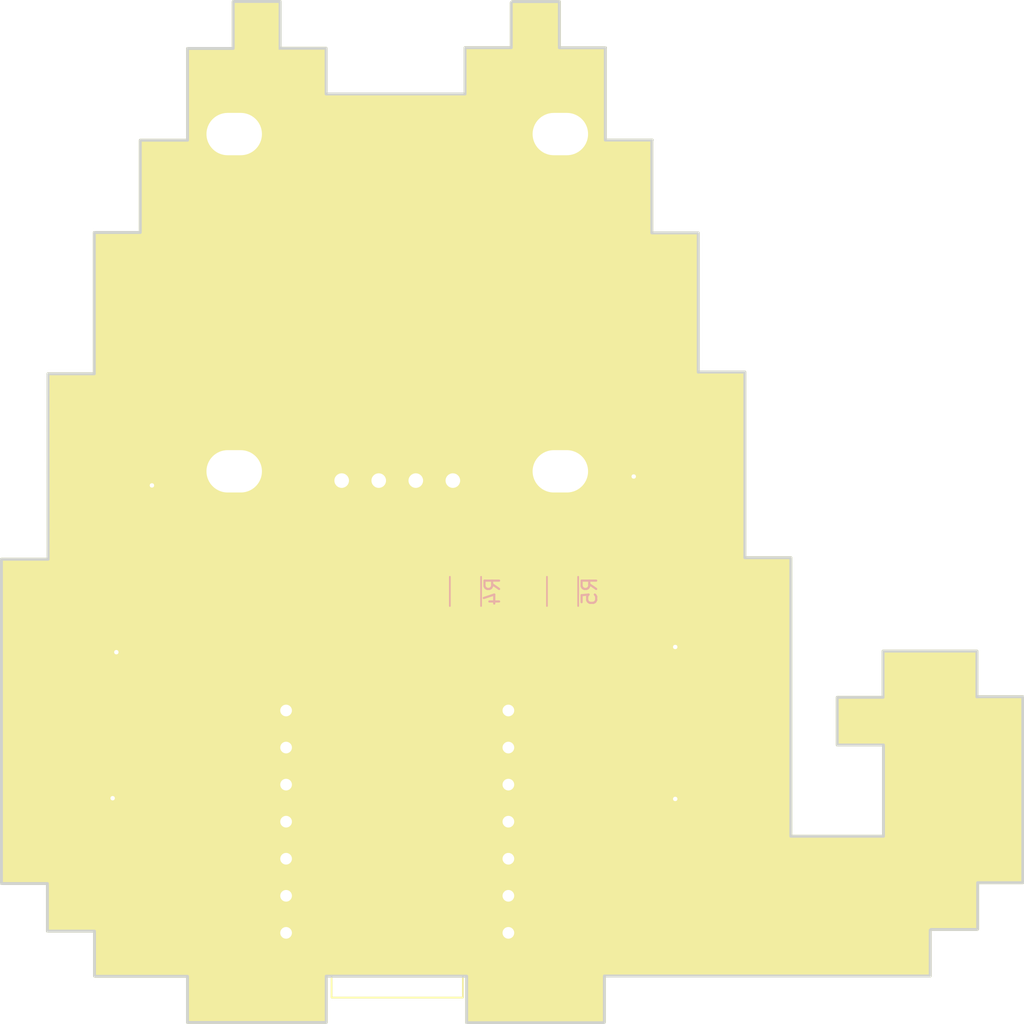
<source format=kicad_pcb>
(kicad_pcb (version 20241229) (generator "pcbnew") (generator_version "9.0")
  (layers (0 "F.Cu" signal) (2 "B.Cu" signal) (13 "F.Paste" user) (15 "B.Paste" user) (5 "F.SilkS" user "F.Silkscreen") (7 "B.SilkS" user "B.Silkscreen") (1 "F.Mask" user) (3 "B.Mask" user) (25 "Edge.Cuts" user))
  (net 0 "")
  (net 1 "GND")
  (net 2 "+3.3V")
  (net 3 "/SDA")
  (net 4 "/SCL")
  (net 6 "/TOUCH2")
  (net 9 "/TOUCH5")
  (net 11 "/TOUCH3")
  (net 12 "/TOUCH4")
  (net 14 "/TOUCH1")
  (net 15 "/TOUCH0")
  (footprint "footprints:Display_128x64_096_I2C" (layer "F.Cu") (at 141.9352 71.9074 180)
    (property "Reference" "J1" (at -0.0508 5.0038 0) (layer "F.SilkS"))
    (property "Value" "Conn_01x04_Pin")
    (fp_line (start 13.716001 25.781) (end 13.716 -1.397) (stroke (width 0.12)) (layer "F.SilkS"))
    (fp_line (start 13.716001 25.781) (end -13.716001 25.781) (stroke (width 0.12)) (layer "F.SilkS"))
    (fp_line (start 5.14 1.33) (end 5.14 -1.33) (stroke (width 0.12)) (layer "F.SilkS"))
    (fp_line (start -2.54 1.33) (end 5.14 1.33) (stroke (width 0.12)) (layer "F.SilkS"))
    (fp_line (start -2.54 1.33) (end -2.54 -1.33) (stroke (width 0.12)) (layer "F.SilkS"))
    (fp_line (start -2.54 -1.33) (end 5.14 -1.33) (stroke (width 0.12)) (layer "F.SilkS"))
    (fp_line (start -3.81 1.33) (end -5.14 1.33) (stroke (width 0.12)) (layer "F.SilkS"))
    (fp_line (start -5.14 1.33) (end -5.14 0) (stroke (width 0.12)) (layer "F.SilkS"))
    (fp_line (start -13.716 -1.397) (end 13.716 -1.397) (stroke (width 0.12)) (layer "F.SilkS"))
    (fp_line (start -13.716001 25.781) (end -13.716 -1.397) (stroke (width 0.12)) (layer "F.SilkS"))
    (fp_text user "GND" (at -3.81 2.413 0) (layer "F.SilkS") (effects (font (size 1 0.7))))
    (fp_text user "VDD" (at -1.27 2.413 0) (layer "F.SilkS") (effects (font (size 1 0.7))))
    (fp_text user "SDA" (at 3.937 2.413 0) (layer "F.SilkS") (effects (font (size 1 0.7))))
    (fp_text user "SCL" (at 1.27 2.413 0) (layer "F.SilkS") (effects (font (size 1 0.7))))
    (pad "" np_thru_hole oval (at -11.176 0.635 180) (size 3.8 2.9) (drill oval 3.8 2.9) (layers "*.Cu" "*.Mask"))
    (pad "" np_thru_hole oval (at -11.175999 23.749 180) (size 3.8 2.9) (drill oval 3.8 2.9) (layers "*.Cu" "*.Mask"))
    (pad "" np_thru_hole oval (at 11.175999 23.749 180) (size 3.8 2.9) (drill oval 3.8 2.9) (layers "*.Cu" "*.Mask"))
    (pad "" np_thru_hole oval (at 11.176 0.635 180) (size 3.8 2.9) (drill oval 3.8 2.9) (layers "*.Cu" "*.Mask"))
    (pad "1" thru_hole rect (at -3.81 0 270) (size 1.7 1.7) (drill 1) (layers "*.Cu" "*.Mask") (net 1 "GND"))
    (pad "2" thru_hole oval (at -1.270001 0 270) (size 1.7 1.7) (drill 1) (layers "*.Cu" "*.Mask") (net 2 "+3.3V"))
    (pad "3" thru_hole oval (at 1.270001 0 270) (size 1.7 1.7) (drill 1) (layers "*.Cu" "*.Mask") (net 4 "/SCL"))
    (pad "4" thru_hole oval (at 3.81 0 270) (size 1.7 1.7) (drill 1) (layers "*.Cu" "*.Mask") (net 3 "/SDA"))
  )
  (footprint "00_fab:SeeedStudio_XIAO_RP2040" (layer "F.Cu") (at 141.9352 95.2844 180)
    (property "Reference" "M1" (at 0 -1.27 180) (layer "F.SilkS"))
    (property "Value" "Module_XIAO-RP2040")
    (fp_line (start 8.8925 -9.261) (end 8.8925 9.281) (stroke (width 0.12)) (layer "F.SilkS"))
    (fp_line (start 7.6225 10.551) (end -7.6175 10.551) (stroke (width 0.12)) (layer "F.SilkS"))
    (fp_line (start -7.6175 -10.531) (end 7.6225 -10.531) (stroke (width 0.12)) (layer "F.SilkS"))
    (fp_line (start -8.8875 9.281) (end -8.8875 -9.261) (stroke (width 0.12)) (layer "F.SilkS"))
    (fp_rect (start -4.4975 -10.531) (end 4.5025 -12.055) (stroke (width 0.12)) (fill no) (layer "F.SilkS"))
    (fp_arc (start 8.8925 9.281) (mid 8.520526 10.179026) (end 7.6225 10.551) (stroke (width 0.12)) (layer "F.SilkS"))
    (fp_arc (start 7.6225 -10.531) (mid 8.520526 -10.159026) (end 8.8925 -9.261) (stroke (width 0.12)) (layer "F.SilkS"))
    (fp_arc (start -7.6175 10.551) (mid -8.515526 10.179026) (end -8.8875 9.281) (stroke (width 0.12)) (layer "F.SilkS"))
    (fp_arc (start -8.8875 -9.261) (mid -8.515526 -10.159026) (end -7.6175 -10.531) (stroke (width 0.12)) (layer "F.SilkS"))
    (fp_text user "GND" (at 2.54 -5.96 270) (layer "F.SilkS") (effects (font (size 0.5 0.5) (thickness 0.1) (bold yes))))
    (fp_text user "SWDIO" (at 0 -8.5 270) (layer "F.SilkS") (effects (font (size 0.5 0.5) (thickness 0.1) (bold yes))))
    (fp_text user "VIN" (at -2.535 8.89 270) (layer "F.SilkS") (effects (font (size 0.5 0.5) (thickness 0.1) (bold yes))))
    (fp_text user "RESET" (at 0 -5.96 270) (layer "F.SilkS") (effects (font (size 0.5 0.5) (thickness 0.1) (bold yes))))
    (fp_text user "GND" (at 2.545 8.89 270) (layer "F.SilkS") (effects (font (size 0.5 0.5) (thickness 0.1) (bold yes))))
    (fp_text user "SWCLK" (at 2.54 -8.5 270) (layer "F.SilkS") (effects (font (size 0.5 0.5) (thickness 0.1) (bold yes))))
    (pad "1" thru_hole circle (at -7.615 -7.62 180) (size 1.6 1.6) (drill 0.8) (layers "*.Cu" "*.Mask") (net 9 "/TOUCH5"))
    (pad "1" smd rect (at -7.615 -7.62 180) (size 3 1.6) (drill (offset -1 0)) (layers "F.Cu" "F.Mask" "F.Paste") (net 9 "/TOUCH5"))
    (pad "2" thru_hole circle (at -7.615 -5.08 180) (size 1.6 1.6) (drill 0.8) (layers "*.Cu" "*.Mask") (net 11 "/TOUCH3"))
    (pad "2" smd rect (at -7.615 -5.08 180) (size 3 1.6) (drill (offset -1 0)) (layers "F.Cu" "F.Mask" "F.Paste") (net 11 "/TOUCH3"))
    (pad "3" thru_hole circle (at -7.615 -2.54 180) (size 1.6 1.6) (drill 0.8) (layers "*.Cu" "*.Mask"))
    (pad "3" smd rect (at -7.615 -2.54 180) (size 3 1.6) (drill (offset -1 0)) (layers "F.Cu" "F.Mask" "F.Paste"))
    (pad "4" thru_hole circle (at -7.615 0 180) (size 1.6 1.6) (drill 0.8) (layers "*.Cu" "*.Mask"))
    (pad "4" smd rect (at -7.615 0 180) (size 3 1.6) (drill (offset -1 0)) (layers "F.Cu" "F.Mask" "F.Paste"))
    (pad "5" thru_hole circle (at -7.615 2.54 180) (size 1.6 1.6) (drill 0.8) (layers "*.Cu" "*.Mask") (net 3 "/SDA"))
    (pad "5" smd rect (at -7.615 2.54 180) (size 3 1.6) (drill (offset -1 0)) (layers "F.Cu" "F.Mask" "F.Paste") (net 3 "/SDA"))
    (pad "6" thru_hole circle (at -7.615 5.08 180) (size 1.6 1.6) (drill 0.8) (layers "*.Cu" "*.Mask") (net 4 "/SCL"))
    (pad "6" smd rect (at -7.615 5.08 180) (size 3 1.6) (drill (offset -1 0)) (layers "F.Cu" "F.Mask" "F.Paste") (net 4 "/SCL"))
    (pad "7" thru_hole circle (at -7.615 7.62 180) (size 1.6 1.6) (drill 0.8) (layers "*.Cu" "*.Mask"))
    (pad "7" smd rect (at -7.615 7.62 180) (size 3 1.6) (drill (offset -1 0)) (layers "F.Cu" "F.Mask" "F.Paste"))
    (pad "8" thru_hole circle (at 7.62 7.62 180) (size 1.6 1.6) (drill 0.8) (layers "*.Cu" "*.Mask") (net 12 "/TOUCH4"))
    (pad "8" smd rect (at 7.62 7.62 180) (size 3 1.6) (drill (offset 1 0)) (layers "F.Cu" "F.Mask" "F.Paste") (net 12 "/TOUCH4"))
    (pad "9" thru_hole circle (at 7.62 5.08 180) (size 1.6 1.6) (drill 0.8) (layers "*.Cu" "*.Mask") (net 6 "/TOUCH2"))
    (pad "9" smd rect (at 7.62 5.08 180) (size 3 1.6) (drill (offset 1 0)) (layers "F.Cu" "F.Mask" "F.Paste") (net 6 "/TOUCH2"))
    (pad "10" thru_hole circle (at 7.62 2.54 180) (size 1.6 1.6) (drill 0.8) (layers "*.Cu" "*.Mask") (net 14 "/TOUCH1"))
    (pad "10" smd rect (at 7.62 2.54 180) (size 3 1.6) (drill (offset 1 0)) (layers "F.Cu" "F.Mask" "F.Paste") (net 14 "/TOUCH1"))
    (pad "11" thru_hole circle (at 7.62 0 180) (size 1.6 1.6) (drill 0.8) (layers "*.Cu" "*.Mask") (net 15 "/TOUCH0"))
    (pad "11" smd rect (at 7.62 0 180) (size 3 1.6) (drill (offset 1 0)) (layers "F.Cu" "F.Mask" "F.Paste") (net 15 "/TOUCH0"))
    (pad "12" thru_hole circle (at 7.62 -2.54 180) (size 1.6 1.6) (drill 0.8) (layers "*.Cu" "*.Mask") (net 2 "+3.3V"))
    (pad "12" smd rect (at 7.62 -2.54 180) (size 3 1.6) (drill (offset 1 0)) (layers "F.Cu" "F.Mask" "F.Paste") (net 2 "+3.3V"))
    (pad "13" thru_hole circle (at 7.62 -5.08 180) (size 1.6 1.6) (drill 0.8) (layers "*.Cu" "*.Mask") (net 1 "GND"))
    (pad "13" smd rect (at 7.62 -5.08 180) (size 3 1.6) (drill (offset 1 0)) (layers "F.Cu" "F.Mask" "F.Paste") (net 1 "GND"))
    (pad "14" thru_hole circle (at 7.62 -7.62 180) (size 1.6 1.6) (drill 0.8) (layers "*.Cu" "*.Mask"))
    (pad "14" smd rect (at 7.62 -7.62 180) (size 3 1.6) (drill (offset 1 0)) (layers "F.Cu" "F.Mask" "F.Paste"))
    (pad "15" smd rect (at 1.275 8.89 90) (size 2.4 1.2) (layers "F.Cu" "F.Mask" "F.Paste"))
    (pad "16" smd rect (at -1.265 8.89 90) (size 2.4 1.2) (layers "F.Cu" "F.Mask" "F.Paste"))
    (pad "17" smd circle (at -1.27 -8.5 180) (size 1.2 1.2) (layers "F.Cu" "F.Mask" "F.Paste"))
    (pad "18" smd circle (at -1.27 -5.96 180) (size 1.2 1.2) (layers "F.Cu" "F.Mask" "F.Paste"))
    (pad "19" smd circle (at 1.27 -5.96 180) (size 1.2 1.2) (layers "F.Cu" "F.Mask" "F.Paste"))
    (pad "20" smd circle (at 1.27 -8.5 180) (size 1.2 1.2) (layers "F.Cu" "F.Mask" "F.Paste"))
    (zone (net 0) (net_name "") (layers "F.Cu" "F.Mask" "F.Paste" "User.1") (name "USB_MECHA") (connect_pads (clearance 0)) (min_thickness 0.25)
      (keepout (tracks not_allowed) (vias not_allowed) (pads not_allowed) (copperpour not_allowed) (footprints not_allowed))
      (fill (thermal_gap 0.5) (thermal_bridge_width 0.5))
      (polygon (pts (xy 138.1352 101.7844) (xy 136.7352 101.7844) (xy 136.7352 99.5844) (xy 138.1352 99.5844)))
    )
    (zone (net 0) (net_name "") (layers "F.Cu" "F.Mask" "F.Paste" "User.1") (name "USB_MECHA") (connect_pads (clearance 0)) (min_thickness 0.25)
      (keepout (tracks not_allowed) (vias not_allowed) (pads not_allowed) (copperpour not_allowed) (footprints not_allowed))
      (fill (thermal_gap 0.5) (thermal_bridge_width 0.5))
      (polygon (pts (xy 138.1352 105.8344) (xy 136.7352 105.8344) (xy 136.7352 103.7844) (xy 138.1352 103.7844)))
    )
    (zone (net 0) (net_name "") (layers "F.Cu" "F.Mask" "F.Paste" "User.1") (name "USB_MECHA") (connect_pads (clearance 0)) (min_thickness 0.25)
      (keepout (tracks not_allowed) (vias not_allowed) (pads not_allowed) (copperpour not_allowed) (footprints not_allowed))
      (fill (thermal_gap 0.5) (thermal_bridge_width 0.5))
      (polygon (pts (xy 147.1352 101.7844) (xy 145.7352 101.7844) (xy 145.7352 99.5844) (xy 147.1352 99.5844)))
    )
    (zone (net 0) (net_name "") (layers "F.Cu" "F.Mask" "F.Paste" "User.1") (name "USB_MECHA") (connect_pads (clearance 0)) (min_thickness 0.25)
      (keepout (tracks not_allowed) (vias not_allowed) (pads not_allowed) (copperpour not_allowed) (footprints not_allowed))
      (fill (thermal_gap 0.5) (thermal_bridge_width 0.5))
      (polygon (pts (xy 147.1352 105.8344) (xy 145.7352 105.8344) (xy 145.7352 103.7844) (xy 147.1352 103.7844)))
    )
  )
  (footprint "00_fab:R_1206" (layer "B.Cu") (at 153.2636 79.502 90)
    (property "Reference" "R5" (at 0 1.85 270) (layer "B.SilkS") (effects (justify mirror)))
    (property "Value" "10k")
    (fp_line (start 1 -1.07) (end -1 -1.07) (stroke (width 0.12)) (layer "B.SilkS"))
    (fp_line (start -1 1.07) (end 1 1.07) (stroke (width 0.12)) (layer "B.SilkS"))
    (pad "1" smd rect (at -1.5 0 90) (size 1.2 1.6) (layers "B.Cu" "B.Mask" "B.Paste") (net 4 "/SCL"))
    (pad "2" smd rect (at 1.5 0 90) (size 1.2 1.6) (layers "B.Cu" "B.Mask" "B.Paste") (net 2 "+3.3V"))
  )
  (footprint "00_fab:R_1206" (layer "B.Cu") (at 146.6088 79.502 90)
    (property "Reference" "R4" (at 0 1.85 270) (layer "B.SilkS") (effects (justify mirror)))
    (property "Value" "10k")
    (fp_line (start 1 -1.07) (end -1 -1.07) (stroke (width 0.12)) (layer "B.SilkS"))
    (fp_line (start -1 1.07) (end 1 1.07) (stroke (width 0.12)) (layer "B.SilkS"))
    (pad "1" smd rect (at -1.5 0 90) (size 1.2 1.6) (layers "B.Cu" "B.Mask" "B.Paste") (net 3 "/SDA"))
    (pad "2" smd rect (at 1.5 0 90) (size 1.2 1.6) (layers "B.Cu" "B.Mask" "B.Paste") (net 2 "+3.3V"))
  )
  (gr_rect (start 137.2348 61.5936) (end 140.2348 64.5936) (stroke (width 0.2)) (fill yes) (layer "F.Cu"))
  (gr_rect (start 140.4352 58.3994) (end 143.4352 61.3994) (stroke (width 0.2)) (fill yes) (layer "F.Cu"))
  (gr_rect (start 149.9588 58.1392) (end 152.9588 61.1392) (stroke (width 0.2)) (fill yes) (layer "F.Cu"))
  (gr_poly (pts (xy 123.3932 80.896236) (xy 123.3932 84.757036) (xy 119.2784 84.757036) (xy 119.2784 88.719436) (xy 115.1636 88.719436) (xy 115.1128 88.668636) (xy 115.1128 80.947036) (xy 115.1636 80.896236)) (stroke (width 0.05)) (fill yes) (layer "F.Cu") (net 14))
  (gr_rect (start 172.4392 87.0952) (end 178.284 89.7904) (stroke (width 0.2)) (fill yes) (layer "F.Cu"))
  (gr_rect (start 130.9864 58.1392) (end 133.9864 61.1392) (stroke (width 0.2)) (fill yes) (layer "F.Cu"))
  (gr_poly (pts (xy 160.4264 91.5924) (xy 160.4264 95.4532) (xy 164.5412 95.4532) (xy 164.5412 99.4156) (xy 168.656 99.4156) (xy 168.7068 99.3648) (xy 168.7068 91.6432) (xy 168.656 91.5924)) (stroke (width 0.05)) (fill yes) (layer "F.Cu") (net 9))
  (gr_rect (start 143.6864 61.5936) (end 146.6864 64.5936) (stroke (width 0.2)) (fill yes) (layer "F.Cu"))
  (gr_rect (start 175.538 93.5976) (end 181.3828 96.242) (stroke (width 0.2)) (fill yes) (layer "F.Cu"))
  (gr_poly (pts (xy 126.440611 69.5452) (xy 126.440611 73.406) (xy 122.325811 73.406) (xy 122.325811 77.3176) (xy 118.2624 77.3176) (xy 118.160211 77.3176) (xy 118.160211 69.596) (xy 118.211011 69.5452)) (stroke (width 0.05)) (fill yes) (layer "F.Cu") (net 6))
  (gr_poly (pts (xy 160.4772 80.896236) (xy 160.4772 84.757036) (xy 164.592 84.757036) (xy 164.592 88.719436) (xy 168.7068 88.719436) (xy 168.7576 88.668636) (xy 168.7576 80.947036) (xy 168.7068 80.896236)) (stroke (width 0.05)) (fill yes) (layer "F.Cu") (net 11))
  (gr_poly (pts (xy 123.2916 91.5924) (xy 123.2916 95.4532) (xy 119.1768 95.4532) (xy 119.1768 99.4156) (xy 115.062 99.4156) (xy 115.0112 99.3648) (xy 115.0112 91.6432) (xy 115.062 91.5924)) (stroke (width 0.05)) (fill yes) (layer "F.Cu") (net 15))
  (gr_poly (pts (xy 157.3784 69.574318) (xy 157.3784 73.435118) (xy 161.4932 73.435118) (xy 161.4932 77.308305) (xy 165.6588 77.3176) (xy 165.6588 69.625118) (xy 165.608 69.574318)) (stroke (width 0.05)) (fill yes) (layer "F.Cu") (net 12))
  (gr_poly (pts (xy 184.803878 99.4664) (xy 184.803878 86.720611) (xy 181.67105 86.720611) (xy 181.660207 86.731454) (xy 181.660207 83.595125) (xy 175.230755 83.595125) (xy 175.230755 86.761771) (xy 172.088397 86.761771) (xy 172.088397 90.027937) (xy 175.258509 90.027937) (xy 175.258509 96.282917) (xy 168.905925 96.282917) (xy 168.905925 77.199311) (xy 168.91 77.195236) (xy 165.755558 77.195236) (xy 165.755558 64.470211) (xy 162.573177 64.470211) (xy 162.564818 64.47857) (xy 162.56 64.473752) (xy 162.56 54.931974) (xy 159.38 54.931974) (xy 159.38 48.60079) (xy 159.4104 48.57039) (xy 156.192188 48.57039) (xy 156.192188 42.263911) (xy 156.21 42.246099) (xy 153.044426 42.246099) (xy 153.044426 39.079905) (xy 149.822702 39.079905) (xy 149.748202 39.154405) (xy 149.748202 42.23923) (xy 146.581491 42.23923) (xy 146.581491 45.411431) (xy 137.0584 45.411431) (xy 137.0584 42.27943) (xy 133.905176 42.27943) (xy 133.905176 39.070211) (xy 130.709252 39.070211) (xy 130.691225 39.088238) (xy 130.691225 42.291423) (xy 127.562713 42.291423) (xy 127.562713 48.580359) (xy 124.3226 48.580359) (xy 124.3226 54.905038) (xy 121.17079 54.905038) (xy 121.17079 64.588641) (xy 118.000333 64.588641) (xy 118.0084 77.289079) (xy 118.0084 77.297146) (xy 114.808043 77.297146) (xy 114.808 77.297189) (xy 114.808 99.522211) (xy 117.957442 99.522211) (xy 117.957442 102.785427) (xy 121.185475 102.785427) (xy 121.185475 105.860498) (xy 121.205176 105.880199) (xy 127.553497 105.880199) (xy 127.5588 105.885502) (xy 127.5588 109.044089) (xy 137.066676 109.044089) (xy 137.066676 105.872211) (xy 146.692273 105.872211) (xy 146.692273 109.05985) (xy 156.097341 109.05985) (xy 156.127399 109.029792) (xy 156.127399 105.860368) (xy 178.46051 105.860368) (xy 178.46051 102.722016) (xy 178.510715 102.671811) (xy 181.681287 102.671811) (xy 181.7116 102.641498) (xy 181.7116 99.4664)) (stroke (width 0.2)) (fill yes) (layer "F.SilkS"))
  (gr_poly (pts (xy 184.803878 99.4664) (xy 184.803878 86.720611) (xy 181.67105 86.720611) (xy 181.660207 86.731454) (xy 181.660207 83.595125) (xy 175.230755 83.595125) (xy 175.230755 86.761771) (xy 172.088397 86.761771) (xy 172.088397 90.027937) (xy 175.258509 90.027937) (xy 175.258509 96.282917) (xy 168.905925 96.282917) (xy 168.905925 77.199311) (xy 168.91 77.195236) (xy 165.755558 77.195236) (xy 165.755558 64.470211) (xy 162.573177 64.470211) (xy 162.564818 64.47857) (xy 162.56 64.473752) (xy 162.56 54.931974) (xy 159.38 54.931974) (xy 159.38 48.60079) (xy 159.4104 48.57039) (xy 156.192188 48.57039) (xy 156.192188 42.263911) (xy 156.21 42.246099) (xy 153.044426 42.246099) (xy 153.044426 39.079905) (xy 149.822702 39.079905) (xy 149.748202 39.154405) (xy 149.748202 42.23923) (xy 146.581491 42.23923) (xy 146.581491 45.411431) (xy 137.0584 45.411431) (xy 137.0584 42.27943) (xy 133.905176 42.27943) (xy 133.905176 39.070211) (xy 130.709252 39.070211) (xy 130.691225 39.088238) (xy 130.691225 42.291423) (xy 127.562713 42.291423) (xy 127.562713 48.580359) (xy 124.3226 48.580359) (xy 124.3226 54.905038) (xy 121.17079 54.905038) (xy 121.17079 64.588641) (xy 118.000333 64.588641) (xy 118.0084 77.289079) (xy 118.0084 77.297146) (xy 114.808043 77.297146) (xy 114.808 77.297189) (xy 114.808 99.522211) (xy 117.957442 99.522211) (xy 117.957442 102.785427) (xy 121.185475 102.785427) (xy 121.185475 105.860498) (xy 121.205176 105.880199) (xy 127.553497 105.880199) (xy 127.5588 105.885502) (xy 127.5588 109.044089) (xy 137.066676 109.044089) (xy 137.066676 105.872211) (xy 146.692273 105.872211) (xy 146.692273 109.05985) (xy 156.097341 109.05985) (xy 156.127399 109.029792) (xy 156.127399 105.860368) (xy 178.46051 105.860368) (xy 178.46051 102.722016) (xy 178.510715 102.671811) (xy 181.681287 102.671811) (xy 181.7116 102.641498) (xy 181.7116 99.4664)) (stroke (width 0.2)) (fill no) (layer "Edge.Cuts"))
  (gr_text "KiCAT" (at 170.942 104.8512 0) (layer "F.Cu") (effects (font (size 1.5 1.5) (thickness 0.3) (bold yes)) (justify left bottom)))
  (segment (start 135.8392 77.978) (end 138.43 80.5688) (width 0.5) (layer "B.Cu") (net 2))
  (segment (start 143.205201 74.472801) (end 146.5072 77.7748) (width 0.5) (layer "B.Cu") (net 2))
  (segment (start 141.986 69.1896) (end 136.906 69.1896) (width 0.5) (layer "B.Cu") (net 2))
  (segment (start 146.558 77.8256) (end 153.5176 77.8256) (width 0.5) (layer "B.Cu") (net 2))
  (segment (start 138.43 95.25) (end 135.8556 97.8244) (width 0.5) (layer "B.Cu") (net 2))
  (segment (start 135.8556 97.8244) (end 134.3152 97.8244) (width 0.5) (layer "B.Cu") (net 2))
  (segment (start 143.205201 71.9074) (end 143.205201 70.408801) (width 0.5) (layer "B.Cu") (net 2))
  (segment (start 143.205201 71.9074) (end 143.205201 74.472801) (width 0.5) (layer "B.Cu") (net 2))
  (segment (start 146.5072 77.7748) (end 146.558 77.8256) (width 0.5) (layer "B.Cu") (net 2))
  (segment (start 135.8392 70.2564) (end 135.8392 77.978) (width 0.5) (layer "B.Cu") (net 2))
  (segment (start 138.43 80.5688) (end 138.43 95.25) (width 0.5) (layer "B.Cu") (net 2))
  (segment (start 143.205201 70.408801) (end 141.986 69.1896) (width 0.5) (layer "B.Cu") (net 2))
  (segment (start 136.906 69.1896) (end 135.8392 70.2564) (width 0.5) (layer "B.Cu") (net 2))
  (segment (start 138.1252 75.0316) (end 144.295601 81.202001) (width 0.5) (layer "B.Cu") (net 3))
  (segment (start 146.6088 91.1352) (end 148.218 92.7444) (width 0.5) (layer "B.Cu") (net 3))
  (segment (start 144.295601 81.202001) (end 146.6088 81.202001) (width 0.5) (layer "B.Cu") (net 3))
  (segment (start 148.218 92.7444) (end 149.5502 92.7444) (width 0.5) (layer "B.Cu") (net 3))
  (segment (start 146.6088 81.202001) (end 146.6088 91.1352) (width 0.5) (layer "B.Cu") (net 3))
  (segment (start 138.1252 71.9074) (end 138.1252 75.0316) (width 0.5) (layer "B.Cu") (net 3))
  (segment (start 140.665199 71.9074) (end 140.665199 74.777599) (width 0.5) (layer "B.Cu") (net 4))
  (segment (start 140.665199 74.777599) (end 145.288 79.4004) (width 0.5) (layer "B.Cu") (net 4))
  (segment (start 149.7584 79.4004) (end 151.560001 81.202001) (width 0.5) (layer "B.Cu") (net 4))
  (segment (start 153.2636 88.8492) (end 151.9084 90.2044) (width 0.5) (layer "B.Cu") (net 4))
  (segment (start 145.288 79.4004) (end 149.7584 79.4004) (width 0.5) (layer "B.Cu") (net 4))
  (segment (start 153.2636 81.202001) (end 153.2636 88.8492) (width 0.5) (layer "B.Cu") (net 4))
  (segment (start 151.9084 90.2044) (end 149.5502 90.2044) (width 0.5) (layer "B.Cu") (net 4))
  (segment (start 151.560001 81.202001) (end 153.2636 81.202001) (width 0.5) (layer "B.Cu") (net 4))
  (via (at 125.1204 72.2376) (size 0.6) (drill 0.3) (layers "F.Cu" "B.Cu") (net 6))
  (segment (start 131.9112 90.2044) (end 125.1204 83.4136) (width 0.5) (layer "B.Cu") (net 6))
  (segment (start 134.3152 90.2044) (end 131.9112 90.2044) (width 0.5) (layer "B.Cu") (net 6))
  (segment (start 125.1204 72.2376) (end 125.1204 72.136) (width 0.5) (layer "B.Cu") (net 6))
  (segment (start 125.1204 72.136) (end 125.7808 71.4756) (width 0.5) (layer "B.Cu") (net 6))
  (segment (start 125.1204 83.4136) (end 125.1204 72.2376) (width 0.5) (layer "B.Cu") (net 6))
  (via (at 160.9852 93.726) (size 0.6) (drill 0.3) (layers "F.Cu" "B.Cu") (net 9))
  (segment (start 160.4772 93.726) (end 160.9852 93.726) (width 0.5) (layer "B.Cu") (net 9))
  (segment (start 158.6992 95.504) (end 160.4772 93.726) (width 0.5) (layer "B.Cu") (net 9))
  (segment (start 149.5502 102.9044) (end 156.4296 102.9044) (width 0.5) (layer "B.Cu") (net 9))
  (segment (start 156.4296 102.9044) (end 158.6992 100.6348) (width 0.5) (layer "B.Cu") (net 9))
  (segment (start 158.6992 100.6348) (end 158.6992 95.504) (width 0.5) (layer "B.Cu") (net 9))
  (segment (start 160.9852 93.726) (end 161.4424 93.726) (width 0.5) (layer "B.Cu") (net 9))
  (segment (start 149.5502 100.3644) (end 149.5666 100.3808) (width 0.5) (layer "F.Cu") (net 11))
  (via (at 160.9852 83.312) (size 0.6) (drill 0.3) (layers "F.Cu" "B.Cu") (net 11))
  (segment (start 156.6164 85.6996) (end 159.004 83.312) (width 0.5) (layer "B.Cu") (net 11))
  (segment (start 159.004 83.312) (end 160.9852 83.312) (width 0.5) (layer "B.Cu") (net 11))
  (segment (start 149.5502 100.3644) (end 155.1596 100.3644) (width 0.5) (layer "B.Cu") (net 11))
  (segment (start 155.1596 100.3644) (end 156.6164 98.9076) (width 0.5) (layer "B.Cu") (net 11))
  (segment (start 160.9852 83.312) (end 161.1884 83.312) (width 0.5) (layer "B.Cu") (net 11))
  (segment (start 156.6164 98.9076) (end 156.6164 85.6996) (width 0.5) (layer "B.Cu") (net 11))
  (segment (start 161.083082 73.0504) (end 161.5186 73.0504) (width 0.5) (layer "F.Cu") (net 12))
  (segment (start 134.3152 87.6644) (end 134.015399 87.364599) (width 0.5) (layer "F.Cu") (net 12))
  (via (at 158.1404 71.628) (size 0.6) (drill 0.3) (layers "F.Cu" "B.Cu") (net 12))
  (segment (start 158.1404 71.628) (end 158.1404 68.9356) (width 0.5) (layer "B.Cu") (net 12))
  (segment (start 158.1404 68.9356) (end 156.21 67.0052) (width 0.5) (layer "B.Cu") (net 12))
  (segment (start 134.3152 69.1388) (end 134.3152 87.6644) (width 0.5) (layer "B.Cu") (net 12))
  (segment (start 156.21 67.0052) (end 136.4488 67.0052) (width 0.5) (layer "B.Cu") (net 12))
  (segment (start 136.4488 67.0052) (end 134.3152 69.1388) (width 0.5) (layer "B.Cu") (net 12))
  (segment (start 123.1392 84.7852) (end 118.745 84.7852) (width 0.5) (layer "F.Cu") (net 14))
  (segment (start 134.3152 92.7444) (end 134.2988 92.7608) (width 0.5) (layer "F.Cu") (net 14))
  (via (at 122.682 83.6676) (size 0.6) (drill 0.3) (layers "F.Cu" "B.Cu") (net 14))
  (segment (start 122.682 87.0204) (end 122.682 83.6676) (width 0.5) (layer "B.Cu") (net 14))
  (segment (start 128.406 92.7444) (end 122.682 87.0204) (width 0.5) (layer "B.Cu") (net 14))
  (segment (start 134.3152 92.7444) (end 128.406 92.7444) (width 0.5) (layer "B.Cu") (net 14))
  (segment (start 122.682 83.6676) (end 122.682 83.058) (width 0.5) (layer "B.Cu") (net 14))
  (segment (start 122.682 83.058) (end 122.428 82.804) (width 0.5) (layer "B.Cu") (net 14))
  (segment (start 134.3152 95.2844) (end 134.0956 95.504) (width 0.5) (layer "F.Cu") (net 15))
  (segment (start 134.303799 95.2844) (end 134.3152 95.2844) (width 0.5) (layer "F.Cu") (net 15))
  (via (at 122.428 93.6752) (size 0.6) (drill 0.3) (layers "F.Cu" "B.Cu") (net 15))
  (segment (start 125.9168 95.2844) (end 124.3076 93.6752) (width 0.5) (layer "B.Cu") (net 15))
  (segment (start 124.3076 93.6752) (end 122.428 93.6752) (width 0.5) (layer "B.Cu") (net 15))
  (segment (start 134.3152 95.2844) (end 125.9168 95.2844) (width 0.5) (layer "B.Cu") (net 15))
  (segment (start 122.428 93.6752) (end 122.3772 93.6752) (width 0.5) (layer "B.Cu") (net 15))
  (zone (net 1) (net_name "GND") (layers "F.Cu" "B.Cu") (connect_pads (clearance 0.2)) (min_thickness 0.25) (fill yes (thermal_gap 0.5) (thermal_bridge_width 0.5))
    (polygon (pts (xy 184.855271 99.538875) (xy 184.855271 86.793086) (xy 181.722443 86.793086) (xy 181.7116 86.803929) (xy 181.7116 83.6676) (xy 175.282148 83.6676) (xy 175.282148 86.834246) (xy 172.13979 86.834246) (xy 172.13979 90.100412) (xy 175.309902 90.100412) (xy 175.309902 96.355392) (xy 168.957318 96.355392) (xy 168.957318 77.271786) (xy 168.961393 77.267711) (xy 165.806951 77.267711) (xy 165.806951 64.542686) (xy 162.62457 64.542686) (xy 162.616211 64.551045) (xy 162.611393 64.546227) (xy 162.611393 55.004449) (xy 159.431393 55.004449) (xy 159.431393 48.673265) (xy 159.461793 48.642865) (xy 156.243581 48.642865) (xy 156.243581 42.336386) (xy 156.261393 42.318574) (xy 153.095819 42.318574) (xy 153.095819 39.15238) (xy 149.874095 39.15238) (xy 149.799595 39.22688) (xy 149.799595 42.311705) (xy 146.632884 42.311705) (xy 146.632884 45.483906) (xy 137.109793 45.483906) (xy 137.109793 42.351905) (xy 133.956569 42.351905) (xy 133.956569 39.142686) (xy 130.760645 39.142686) (xy 130.742618 39.160713) (xy 130.742618 42.363898) (xy 127.614106 42.363898) (xy 127.614106 48.652834) (xy 124.373993 48.652834) (xy 124.373993 54.977513) (xy 121.222183 54.977513) (xy 121.222183 64.661116) (xy 118.051726 64.661116) (xy 118.059793 77.361554) (xy 118.059793 77.369621) (xy 114.859436 77.369621) (xy 114.859393 77.369664) (xy 114.859393 99.594686) (xy 118.008835 99.594686) (xy 118.008835 102.857902) (xy 121.236868 102.857902) (xy 121.236868 105.932973) (xy 121.256569 105.952674) (xy 127.60489 105.952674) (xy 127.610193 105.957977) (xy 127.610193 109.116564) (xy 137.118069 109.116564) (xy 137.118069 105.944686) (xy 146.743666 105.944686) (xy 146.743666 109.132325) (xy 156.148734 109.132325) (xy 156.178792 109.102267) (xy 156.178792 105.932843) (xy 178.511903 105.932843) (xy 178.511903 102.794491) (xy 178.562108 102.744286) (xy 181.73268 102.744286) (xy 181.762993 102.713973) (xy 181.762993 99.538875)))
  )
)
</source>
